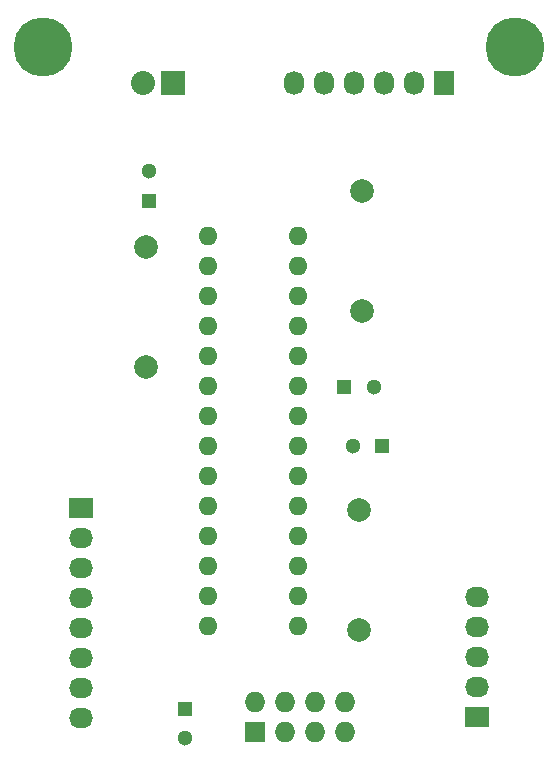
<source format=gbr>
G04 #@! TF.FileFunction,Soldermask,Top*
%FSLAX46Y46*%
G04 Gerber Fmt 4.6, Leading zero omitted, Abs format (unit mm)*
G04 Created by KiCad (PCBNEW 4.0.1-3.201512221401+6198~38~ubuntu15.10.1-stable) date dom 03 ene 2016 23:47:09 ART*
%MOMM*%
G01*
G04 APERTURE LIST*
%ADD10C,0.100000*%
%ADD11R,1.300000X1.300000*%
%ADD12C,1.300000*%
%ADD13O,1.600000X1.600000*%
%ADD14R,1.727200X1.727200*%
%ADD15O,1.727200X1.727200*%
%ADD16R,1.727200X2.032000*%
%ADD17O,1.727200X2.032000*%
%ADD18R,2.032000X2.032000*%
%ADD19O,2.032000X2.032000*%
%ADD20R,2.032000X1.727200*%
%ADD21O,2.032000X1.727200*%
%ADD22C,1.998980*%
%ADD23C,5.000000*%
G04 APERTURE END LIST*
D10*
D11*
X175750000Y-121750000D03*
D12*
X173250000Y-121750000D03*
D11*
X159000000Y-144000000D03*
D12*
X159000000Y-146500000D03*
D11*
X156000000Y-101000000D03*
D12*
X156000000Y-98500000D03*
D11*
X172500000Y-116750000D03*
D12*
X175000000Y-116750000D03*
D13*
X161000000Y-104000000D03*
X161000000Y-106540000D03*
X161000000Y-109080000D03*
X161000000Y-111620000D03*
X161000000Y-114160000D03*
X161000000Y-116700000D03*
X161000000Y-119240000D03*
X161000000Y-121780000D03*
X161000000Y-124320000D03*
X161000000Y-126860000D03*
X161000000Y-129400000D03*
X161000000Y-131940000D03*
X161000000Y-134480000D03*
X161000000Y-137020000D03*
X168620000Y-137020000D03*
X168620000Y-134480000D03*
X168620000Y-131940000D03*
X168620000Y-129400000D03*
X168620000Y-126860000D03*
X168620000Y-124320000D03*
X168620000Y-121780000D03*
X168620000Y-119240000D03*
X168620000Y-116700000D03*
X168620000Y-114160000D03*
X168620000Y-111620000D03*
X168620000Y-109080000D03*
X168620000Y-106540000D03*
X168620000Y-104000000D03*
D14*
X165000000Y-146000000D03*
D15*
X165000000Y-143460000D03*
X167540000Y-146000000D03*
X167540000Y-143460000D03*
X170080000Y-146000000D03*
X170080000Y-143460000D03*
X172620000Y-146000000D03*
X172620000Y-143460000D03*
D16*
X181000000Y-91000000D03*
D17*
X178460000Y-91000000D03*
X175920000Y-91000000D03*
X173380000Y-91000000D03*
X170840000Y-91000000D03*
X168300000Y-91000000D03*
D18*
X158000000Y-91000000D03*
D19*
X155460000Y-91000000D03*
D20*
X150250000Y-127000000D03*
D21*
X150250000Y-129540000D03*
X150250000Y-132080000D03*
X150250000Y-134620000D03*
X150250000Y-137160000D03*
X150250000Y-139700000D03*
X150250000Y-142240000D03*
X150250000Y-144780000D03*
D20*
X183750000Y-144750000D03*
D21*
X183750000Y-142210000D03*
X183750000Y-139670000D03*
X183750000Y-137130000D03*
X183750000Y-134590000D03*
D22*
X155750000Y-115080000D03*
X155750000Y-104920000D03*
X173750000Y-137330000D03*
X173750000Y-127170000D03*
X174000000Y-110330000D03*
X174000000Y-100170000D03*
D23*
X187000000Y-88000000D03*
X147000000Y-88000000D03*
M02*

</source>
